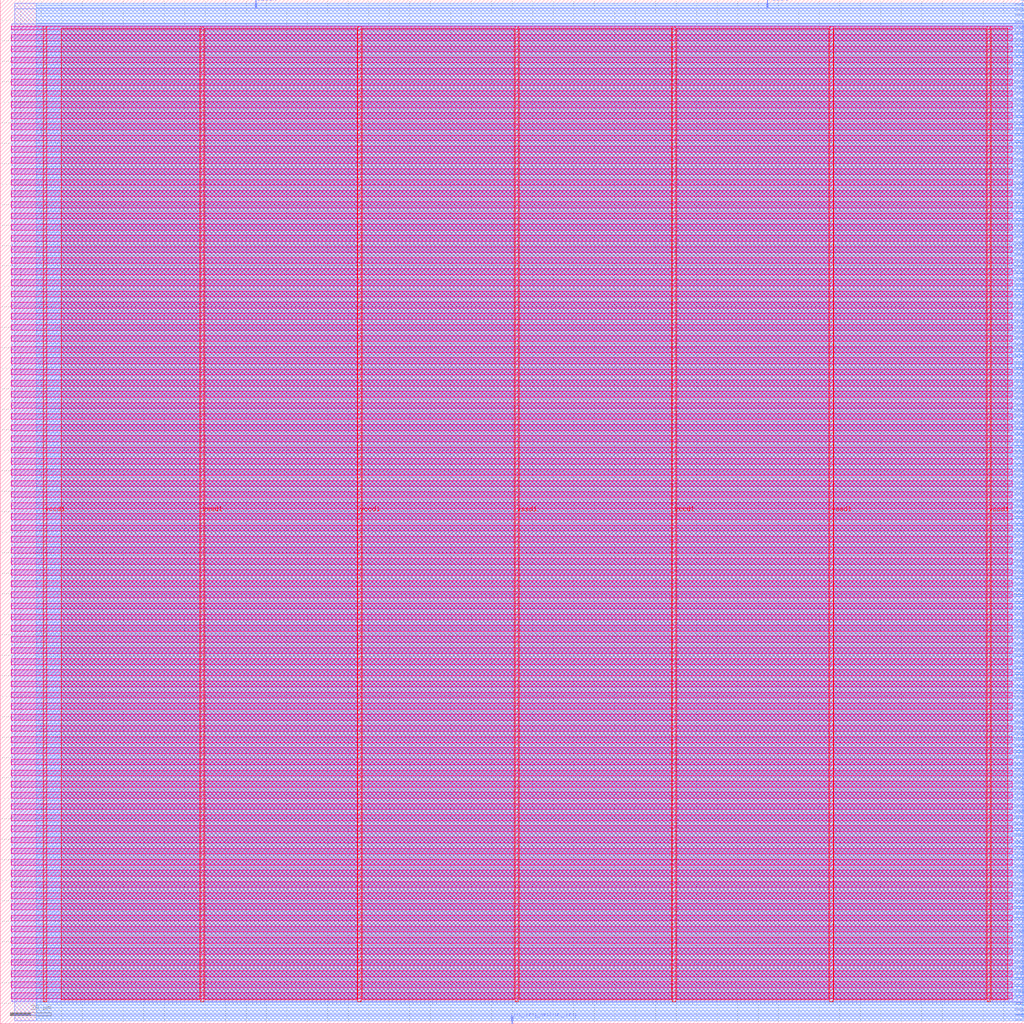
<source format=lef>
VERSION 5.7 ;
  NOWIREEXTENSIONATPIN ON ;
  DIVIDERCHAR "/" ;
  BUSBITCHARS "[]" ;
MACRO Core
  CLASS BLOCK ;
  FOREIGN Core ;
  ORIGIN 0.000 0.000 ;
  SIZE 500.000 BY 500.000 ;
  PIN clock
    DIRECTION INPUT ;
    USE SIGNAL ;
    PORT
      LAYER met2 ;
        RECT 124.750 496.000 125.030 500.000 ;
    END
  END clock
  PIN io_dbus_addr[0]
    DIRECTION OUTPUT TRISTATE ;
    USE SIGNAL ;
    PORT
      LAYER met3 ;
        RECT 496.000 9.560 500.000 10.160 ;
    END
  END io_dbus_addr[0]
  PIN io_dbus_addr[10]
    DIRECTION OUTPUT TRISTATE ;
    USE SIGNAL ;
    PORT
      LAYER met3 ;
        RECT 496.000 112.240 500.000 112.840 ;
    END
  END io_dbus_addr[10]
  PIN io_dbus_addr[11]
    DIRECTION OUTPUT TRISTATE ;
    USE SIGNAL ;
    PORT
      LAYER met3 ;
        RECT 496.000 121.080 500.000 121.680 ;
    END
  END io_dbus_addr[11]
  PIN io_dbus_addr[12]
    DIRECTION OUTPUT TRISTATE ;
    USE SIGNAL ;
    PORT
      LAYER met3 ;
        RECT 496.000 129.920 500.000 130.520 ;
    END
  END io_dbus_addr[12]
  PIN io_dbus_addr[13]
    DIRECTION OUTPUT TRISTATE ;
    USE SIGNAL ;
    PORT
      LAYER met3 ;
        RECT 496.000 138.760 500.000 139.360 ;
    END
  END io_dbus_addr[13]
  PIN io_dbus_addr[14]
    DIRECTION OUTPUT TRISTATE ;
    USE SIGNAL ;
    PORT
      LAYER met3 ;
        RECT 496.000 146.920 500.000 147.520 ;
    END
  END io_dbus_addr[14]
  PIN io_dbus_addr[15]
    DIRECTION OUTPUT TRISTATE ;
    USE SIGNAL ;
    PORT
      LAYER met3 ;
        RECT 496.000 155.760 500.000 156.360 ;
    END
  END io_dbus_addr[15]
  PIN io_dbus_addr[16]
    DIRECTION OUTPUT TRISTATE ;
    USE SIGNAL ;
    PORT
      LAYER met3 ;
        RECT 496.000 164.600 500.000 165.200 ;
    END
  END io_dbus_addr[16]
  PIN io_dbus_addr[17]
    DIRECTION OUTPUT TRISTATE ;
    USE SIGNAL ;
    PORT
      LAYER met3 ;
        RECT 496.000 173.440 500.000 174.040 ;
    END
  END io_dbus_addr[17]
  PIN io_dbus_addr[18]
    DIRECTION OUTPUT TRISTATE ;
    USE SIGNAL ;
    PORT
      LAYER met3 ;
        RECT 496.000 182.280 500.000 182.880 ;
    END
  END io_dbus_addr[18]
  PIN io_dbus_addr[19]
    DIRECTION OUTPUT TRISTATE ;
    USE SIGNAL ;
    PORT
      LAYER met3 ;
        RECT 496.000 191.120 500.000 191.720 ;
    END
  END io_dbus_addr[19]
  PIN io_dbus_addr[1]
    DIRECTION OUTPUT TRISTATE ;
    USE SIGNAL ;
    PORT
      LAYER met3 ;
        RECT 496.000 24.520 500.000 25.120 ;
    END
  END io_dbus_addr[1]
  PIN io_dbus_addr[20]
    DIRECTION OUTPUT TRISTATE ;
    USE SIGNAL ;
    PORT
      LAYER met3 ;
        RECT 496.000 199.960 500.000 200.560 ;
    END
  END io_dbus_addr[20]
  PIN io_dbus_addr[21]
    DIRECTION OUTPUT TRISTATE ;
    USE SIGNAL ;
    PORT
      LAYER met3 ;
        RECT 496.000 208.800 500.000 209.400 ;
    END
  END io_dbus_addr[21]
  PIN io_dbus_addr[22]
    DIRECTION OUTPUT TRISTATE ;
    USE SIGNAL ;
    PORT
      LAYER met3 ;
        RECT 496.000 217.640 500.000 218.240 ;
    END
  END io_dbus_addr[22]
  PIN io_dbus_addr[23]
    DIRECTION OUTPUT TRISTATE ;
    USE SIGNAL ;
    PORT
      LAYER met3 ;
        RECT 496.000 225.800 500.000 226.400 ;
    END
  END io_dbus_addr[23]
  PIN io_dbus_addr[24]
    DIRECTION OUTPUT TRISTATE ;
    USE SIGNAL ;
    PORT
      LAYER met3 ;
        RECT 496.000 234.640 500.000 235.240 ;
    END
  END io_dbus_addr[24]
  PIN io_dbus_addr[25]
    DIRECTION OUTPUT TRISTATE ;
    USE SIGNAL ;
    PORT
      LAYER met3 ;
        RECT 496.000 243.480 500.000 244.080 ;
    END
  END io_dbus_addr[25]
  PIN io_dbus_addr[26]
    DIRECTION OUTPUT TRISTATE ;
    USE SIGNAL ;
    PORT
      LAYER met3 ;
        RECT 496.000 252.320 500.000 252.920 ;
    END
  END io_dbus_addr[26]
  PIN io_dbus_addr[27]
    DIRECTION OUTPUT TRISTATE ;
    USE SIGNAL ;
    PORT
      LAYER met3 ;
        RECT 496.000 261.160 500.000 261.760 ;
    END
  END io_dbus_addr[27]
  PIN io_dbus_addr[28]
    DIRECTION OUTPUT TRISTATE ;
    USE SIGNAL ;
    PORT
      LAYER met3 ;
        RECT 496.000 270.000 500.000 270.600 ;
    END
  END io_dbus_addr[28]
  PIN io_dbus_addr[29]
    DIRECTION OUTPUT TRISTATE ;
    USE SIGNAL ;
    PORT
      LAYER met3 ;
        RECT 496.000 278.840 500.000 279.440 ;
    END
  END io_dbus_addr[29]
  PIN io_dbus_addr[2]
    DIRECTION OUTPUT TRISTATE ;
    USE SIGNAL ;
    PORT
      LAYER met3 ;
        RECT 496.000 38.800 500.000 39.400 ;
    END
  END io_dbus_addr[2]
  PIN io_dbus_addr[30]
    DIRECTION OUTPUT TRISTATE ;
    USE SIGNAL ;
    PORT
      LAYER met3 ;
        RECT 496.000 287.680 500.000 288.280 ;
    END
  END io_dbus_addr[30]
  PIN io_dbus_addr[31]
    DIRECTION OUTPUT TRISTATE ;
    USE SIGNAL ;
    PORT
      LAYER met3 ;
        RECT 496.000 296.520 500.000 297.120 ;
    END
  END io_dbus_addr[31]
  PIN io_dbus_addr[3]
    DIRECTION OUTPUT TRISTATE ;
    USE SIGNAL ;
    PORT
      LAYER met3 ;
        RECT 496.000 51.040 500.000 51.640 ;
    END
  END io_dbus_addr[3]
  PIN io_dbus_addr[4]
    DIRECTION OUTPUT TRISTATE ;
    USE SIGNAL ;
    PORT
      LAYER met3 ;
        RECT 496.000 59.200 500.000 59.800 ;
    END
  END io_dbus_addr[4]
  PIN io_dbus_addr[5]
    DIRECTION OUTPUT TRISTATE ;
    USE SIGNAL ;
    PORT
      LAYER met3 ;
        RECT 496.000 68.040 500.000 68.640 ;
    END
  END io_dbus_addr[5]
  PIN io_dbus_addr[6]
    DIRECTION OUTPUT TRISTATE ;
    USE SIGNAL ;
    PORT
      LAYER met3 ;
        RECT 496.000 76.880 500.000 77.480 ;
    END
  END io_dbus_addr[6]
  PIN io_dbus_addr[7]
    DIRECTION OUTPUT TRISTATE ;
    USE SIGNAL ;
    PORT
      LAYER met3 ;
        RECT 496.000 85.720 500.000 86.320 ;
    END
  END io_dbus_addr[7]
  PIN io_dbus_addr[8]
    DIRECTION OUTPUT TRISTATE ;
    USE SIGNAL ;
    PORT
      LAYER met3 ;
        RECT 496.000 94.560 500.000 95.160 ;
    END
  END io_dbus_addr[8]
  PIN io_dbus_addr[9]
    DIRECTION OUTPUT TRISTATE ;
    USE SIGNAL ;
    PORT
      LAYER met3 ;
        RECT 496.000 103.400 500.000 104.000 ;
    END
  END io_dbus_addr[9]
  PIN io_dbus_ld_type[0]
    DIRECTION OUTPUT TRISTATE ;
    USE SIGNAL ;
    PORT
      LAYER met3 ;
        RECT 496.000 12.960 500.000 13.560 ;
    END
  END io_dbus_ld_type[0]
  PIN io_dbus_ld_type[1]
    DIRECTION OUTPUT TRISTATE ;
    USE SIGNAL ;
    PORT
      LAYER met3 ;
        RECT 496.000 27.240 500.000 27.840 ;
    END
  END io_dbus_ld_type[1]
  PIN io_dbus_ld_type[2]
    DIRECTION OUTPUT TRISTATE ;
    USE SIGNAL ;
    PORT
      LAYER met3 ;
        RECT 496.000 42.200 500.000 42.800 ;
    END
  END io_dbus_ld_type[2]
  PIN io_dbus_rd_en
    DIRECTION OUTPUT TRISTATE ;
    USE SIGNAL ;
    PORT
      LAYER met3 ;
        RECT 496.000 1.400 500.000 2.000 ;
    END
  END io_dbus_rd_en
  PIN io_dbus_rdata[0]
    DIRECTION INPUT ;
    USE SIGNAL ;
    PORT
      LAYER met3 ;
        RECT 496.000 15.680 500.000 16.280 ;
    END
  END io_dbus_rdata[0]
  PIN io_dbus_rdata[10]
    DIRECTION INPUT ;
    USE SIGNAL ;
    PORT
      LAYER met3 ;
        RECT 496.000 114.960 500.000 115.560 ;
    END
  END io_dbus_rdata[10]
  PIN io_dbus_rdata[11]
    DIRECTION INPUT ;
    USE SIGNAL ;
    PORT
      LAYER met3 ;
        RECT 496.000 123.800 500.000 124.400 ;
    END
  END io_dbus_rdata[11]
  PIN io_dbus_rdata[12]
    DIRECTION INPUT ;
    USE SIGNAL ;
    PORT
      LAYER met3 ;
        RECT 496.000 132.640 500.000 133.240 ;
    END
  END io_dbus_rdata[12]
  PIN io_dbus_rdata[13]
    DIRECTION INPUT ;
    USE SIGNAL ;
    PORT
      LAYER met3 ;
        RECT 496.000 141.480 500.000 142.080 ;
    END
  END io_dbus_rdata[13]
  PIN io_dbus_rdata[14]
    DIRECTION INPUT ;
    USE SIGNAL ;
    PORT
      LAYER met3 ;
        RECT 496.000 150.320 500.000 150.920 ;
    END
  END io_dbus_rdata[14]
  PIN io_dbus_rdata[15]
    DIRECTION INPUT ;
    USE SIGNAL ;
    PORT
      LAYER met3 ;
        RECT 496.000 159.160 500.000 159.760 ;
    END
  END io_dbus_rdata[15]
  PIN io_dbus_rdata[16]
    DIRECTION INPUT ;
    USE SIGNAL ;
    PORT
      LAYER met3 ;
        RECT 496.000 168.000 500.000 168.600 ;
    END
  END io_dbus_rdata[16]
  PIN io_dbus_rdata[17]
    DIRECTION INPUT ;
    USE SIGNAL ;
    PORT
      LAYER met3 ;
        RECT 496.000 176.160 500.000 176.760 ;
    END
  END io_dbus_rdata[17]
  PIN io_dbus_rdata[18]
    DIRECTION INPUT ;
    USE SIGNAL ;
    PORT
      LAYER met3 ;
        RECT 496.000 185.000 500.000 185.600 ;
    END
  END io_dbus_rdata[18]
  PIN io_dbus_rdata[19]
    DIRECTION INPUT ;
    USE SIGNAL ;
    PORT
      LAYER met3 ;
        RECT 496.000 193.840 500.000 194.440 ;
    END
  END io_dbus_rdata[19]
  PIN io_dbus_rdata[1]
    DIRECTION INPUT ;
    USE SIGNAL ;
    PORT
      LAYER met3 ;
        RECT 496.000 29.960 500.000 30.560 ;
    END
  END io_dbus_rdata[1]
  PIN io_dbus_rdata[20]
    DIRECTION INPUT ;
    USE SIGNAL ;
    PORT
      LAYER met3 ;
        RECT 496.000 202.680 500.000 203.280 ;
    END
  END io_dbus_rdata[20]
  PIN io_dbus_rdata[21]
    DIRECTION INPUT ;
    USE SIGNAL ;
    PORT
      LAYER met3 ;
        RECT 496.000 211.520 500.000 212.120 ;
    END
  END io_dbus_rdata[21]
  PIN io_dbus_rdata[22]
    DIRECTION INPUT ;
    USE SIGNAL ;
    PORT
      LAYER met3 ;
        RECT 496.000 220.360 500.000 220.960 ;
    END
  END io_dbus_rdata[22]
  PIN io_dbus_rdata[23]
    DIRECTION INPUT ;
    USE SIGNAL ;
    PORT
      LAYER met3 ;
        RECT 496.000 229.200 500.000 229.800 ;
    END
  END io_dbus_rdata[23]
  PIN io_dbus_rdata[24]
    DIRECTION INPUT ;
    USE SIGNAL ;
    PORT
      LAYER met3 ;
        RECT 496.000 238.040 500.000 238.640 ;
    END
  END io_dbus_rdata[24]
  PIN io_dbus_rdata[25]
    DIRECTION INPUT ;
    USE SIGNAL ;
    PORT
      LAYER met3 ;
        RECT 496.000 246.880 500.000 247.480 ;
    END
  END io_dbus_rdata[25]
  PIN io_dbus_rdata[26]
    DIRECTION INPUT ;
    USE SIGNAL ;
    PORT
      LAYER met3 ;
        RECT 496.000 255.040 500.000 255.640 ;
    END
  END io_dbus_rdata[26]
  PIN io_dbus_rdata[27]
    DIRECTION INPUT ;
    USE SIGNAL ;
    PORT
      LAYER met3 ;
        RECT 496.000 263.880 500.000 264.480 ;
    END
  END io_dbus_rdata[27]
  PIN io_dbus_rdata[28]
    DIRECTION INPUT ;
    USE SIGNAL ;
    PORT
      LAYER met3 ;
        RECT 496.000 272.720 500.000 273.320 ;
    END
  END io_dbus_rdata[28]
  PIN io_dbus_rdata[29]
    DIRECTION INPUT ;
    USE SIGNAL ;
    PORT
      LAYER met3 ;
        RECT 496.000 281.560 500.000 282.160 ;
    END
  END io_dbus_rdata[29]
  PIN io_dbus_rdata[2]
    DIRECTION INPUT ;
    USE SIGNAL ;
    PORT
      LAYER met3 ;
        RECT 496.000 44.920 500.000 45.520 ;
    END
  END io_dbus_rdata[2]
  PIN io_dbus_rdata[30]
    DIRECTION INPUT ;
    USE SIGNAL ;
    PORT
      LAYER met3 ;
        RECT 496.000 290.400 500.000 291.000 ;
    END
  END io_dbus_rdata[30]
  PIN io_dbus_rdata[31]
    DIRECTION INPUT ;
    USE SIGNAL ;
    PORT
      LAYER met3 ;
        RECT 496.000 299.240 500.000 299.840 ;
    END
  END io_dbus_rdata[31]
  PIN io_dbus_rdata[3]
    DIRECTION INPUT ;
    USE SIGNAL ;
    PORT
      LAYER met3 ;
        RECT 496.000 53.760 500.000 54.360 ;
    END
  END io_dbus_rdata[3]
  PIN io_dbus_rdata[4]
    DIRECTION INPUT ;
    USE SIGNAL ;
    PORT
      LAYER met3 ;
        RECT 496.000 62.600 500.000 63.200 ;
    END
  END io_dbus_rdata[4]
  PIN io_dbus_rdata[5]
    DIRECTION INPUT ;
    USE SIGNAL ;
    PORT
      LAYER met3 ;
        RECT 496.000 71.440 500.000 72.040 ;
    END
  END io_dbus_rdata[5]
  PIN io_dbus_rdata[6]
    DIRECTION INPUT ;
    USE SIGNAL ;
    PORT
      LAYER met3 ;
        RECT 496.000 80.280 500.000 80.880 ;
    END
  END io_dbus_rdata[6]
  PIN io_dbus_rdata[7]
    DIRECTION INPUT ;
    USE SIGNAL ;
    PORT
      LAYER met3 ;
        RECT 496.000 88.440 500.000 89.040 ;
    END
  END io_dbus_rdata[7]
  PIN io_dbus_rdata[8]
    DIRECTION INPUT ;
    USE SIGNAL ;
    PORT
      LAYER met3 ;
        RECT 496.000 97.280 500.000 97.880 ;
    END
  END io_dbus_rdata[8]
  PIN io_dbus_rdata[9]
    DIRECTION INPUT ;
    USE SIGNAL ;
    PORT
      LAYER met3 ;
        RECT 496.000 106.120 500.000 106.720 ;
    END
  END io_dbus_rdata[9]
  PIN io_dbus_st_type[0]
    DIRECTION OUTPUT TRISTATE ;
    USE SIGNAL ;
    PORT
      LAYER met3 ;
        RECT 496.000 18.400 500.000 19.000 ;
    END
  END io_dbus_st_type[0]
  PIN io_dbus_st_type[1]
    DIRECTION OUTPUT TRISTATE ;
    USE SIGNAL ;
    PORT
      LAYER met3 ;
        RECT 496.000 33.360 500.000 33.960 ;
    END
  END io_dbus_st_type[1]
  PIN io_dbus_valid
    DIRECTION INPUT ;
    USE SIGNAL ;
    PORT
      LAYER met3 ;
        RECT 496.000 4.120 500.000 4.720 ;
    END
  END io_dbus_valid
  PIN io_dbus_wdata[0]
    DIRECTION OUTPUT TRISTATE ;
    USE SIGNAL ;
    PORT
      LAYER met3 ;
        RECT 496.000 21.800 500.000 22.400 ;
    END
  END io_dbus_wdata[0]
  PIN io_dbus_wdata[10]
    DIRECTION OUTPUT TRISTATE ;
    USE SIGNAL ;
    PORT
      LAYER met3 ;
        RECT 496.000 117.680 500.000 118.280 ;
    END
  END io_dbus_wdata[10]
  PIN io_dbus_wdata[11]
    DIRECTION OUTPUT TRISTATE ;
    USE SIGNAL ;
    PORT
      LAYER met3 ;
        RECT 496.000 126.520 500.000 127.120 ;
    END
  END io_dbus_wdata[11]
  PIN io_dbus_wdata[12]
    DIRECTION OUTPUT TRISTATE ;
    USE SIGNAL ;
    PORT
      LAYER met3 ;
        RECT 496.000 135.360 500.000 135.960 ;
    END
  END io_dbus_wdata[12]
  PIN io_dbus_wdata[13]
    DIRECTION OUTPUT TRISTATE ;
    USE SIGNAL ;
    PORT
      LAYER met3 ;
        RECT 496.000 144.200 500.000 144.800 ;
    END
  END io_dbus_wdata[13]
  PIN io_dbus_wdata[14]
    DIRECTION OUTPUT TRISTATE ;
    USE SIGNAL ;
    PORT
      LAYER met3 ;
        RECT 496.000 153.040 500.000 153.640 ;
    END
  END io_dbus_wdata[14]
  PIN io_dbus_wdata[15]
    DIRECTION OUTPUT TRISTATE ;
    USE SIGNAL ;
    PORT
      LAYER met3 ;
        RECT 496.000 161.880 500.000 162.480 ;
    END
  END io_dbus_wdata[15]
  PIN io_dbus_wdata[16]
    DIRECTION OUTPUT TRISTATE ;
    USE SIGNAL ;
    PORT
      LAYER met3 ;
        RECT 496.000 170.720 500.000 171.320 ;
    END
  END io_dbus_wdata[16]
  PIN io_dbus_wdata[17]
    DIRECTION OUTPUT TRISTATE ;
    USE SIGNAL ;
    PORT
      LAYER met3 ;
        RECT 496.000 179.560 500.000 180.160 ;
    END
  END io_dbus_wdata[17]
  PIN io_dbus_wdata[18]
    DIRECTION OUTPUT TRISTATE ;
    USE SIGNAL ;
    PORT
      LAYER met3 ;
        RECT 496.000 188.400 500.000 189.000 ;
    END
  END io_dbus_wdata[18]
  PIN io_dbus_wdata[19]
    DIRECTION OUTPUT TRISTATE ;
    USE SIGNAL ;
    PORT
      LAYER met3 ;
        RECT 496.000 196.560 500.000 197.160 ;
    END
  END io_dbus_wdata[19]
  PIN io_dbus_wdata[1]
    DIRECTION OUTPUT TRISTATE ;
    USE SIGNAL ;
    PORT
      LAYER met3 ;
        RECT 496.000 36.080 500.000 36.680 ;
    END
  END io_dbus_wdata[1]
  PIN io_dbus_wdata[20]
    DIRECTION OUTPUT TRISTATE ;
    USE SIGNAL ;
    PORT
      LAYER met3 ;
        RECT 496.000 205.400 500.000 206.000 ;
    END
  END io_dbus_wdata[20]
  PIN io_dbus_wdata[21]
    DIRECTION OUTPUT TRISTATE ;
    USE SIGNAL ;
    PORT
      LAYER met3 ;
        RECT 496.000 214.240 500.000 214.840 ;
    END
  END io_dbus_wdata[21]
  PIN io_dbus_wdata[22]
    DIRECTION OUTPUT TRISTATE ;
    USE SIGNAL ;
    PORT
      LAYER met3 ;
        RECT 496.000 223.080 500.000 223.680 ;
    END
  END io_dbus_wdata[22]
  PIN io_dbus_wdata[23]
    DIRECTION OUTPUT TRISTATE ;
    USE SIGNAL ;
    PORT
      LAYER met3 ;
        RECT 496.000 231.920 500.000 232.520 ;
    END
  END io_dbus_wdata[23]
  PIN io_dbus_wdata[24]
    DIRECTION OUTPUT TRISTATE ;
    USE SIGNAL ;
    PORT
      LAYER met3 ;
        RECT 496.000 240.760 500.000 241.360 ;
    END
  END io_dbus_wdata[24]
  PIN io_dbus_wdata[25]
    DIRECTION OUTPUT TRISTATE ;
    USE SIGNAL ;
    PORT
      LAYER met3 ;
        RECT 496.000 249.600 500.000 250.200 ;
    END
  END io_dbus_wdata[25]
  PIN io_dbus_wdata[26]
    DIRECTION OUTPUT TRISTATE ;
    USE SIGNAL ;
    PORT
      LAYER met3 ;
        RECT 496.000 258.440 500.000 259.040 ;
    END
  END io_dbus_wdata[26]
  PIN io_dbus_wdata[27]
    DIRECTION OUTPUT TRISTATE ;
    USE SIGNAL ;
    PORT
      LAYER met3 ;
        RECT 496.000 267.280 500.000 267.880 ;
    END
  END io_dbus_wdata[27]
  PIN io_dbus_wdata[28]
    DIRECTION OUTPUT TRISTATE ;
    USE SIGNAL ;
    PORT
      LAYER met3 ;
        RECT 496.000 276.120 500.000 276.720 ;
    END
  END io_dbus_wdata[28]
  PIN io_dbus_wdata[29]
    DIRECTION OUTPUT TRISTATE ;
    USE SIGNAL ;
    PORT
      LAYER met3 ;
        RECT 496.000 284.280 500.000 284.880 ;
    END
  END io_dbus_wdata[29]
  PIN io_dbus_wdata[2]
    DIRECTION OUTPUT TRISTATE ;
    USE SIGNAL ;
    PORT
      LAYER met3 ;
        RECT 496.000 47.640 500.000 48.240 ;
    END
  END io_dbus_wdata[2]
  PIN io_dbus_wdata[30]
    DIRECTION OUTPUT TRISTATE ;
    USE SIGNAL ;
    PORT
      LAYER met3 ;
        RECT 496.000 293.120 500.000 293.720 ;
    END
  END io_dbus_wdata[30]
  PIN io_dbus_wdata[31]
    DIRECTION OUTPUT TRISTATE ;
    USE SIGNAL ;
    PORT
      LAYER met3 ;
        RECT 496.000 301.960 500.000 302.560 ;
    END
  END io_dbus_wdata[31]
  PIN io_dbus_wdata[3]
    DIRECTION OUTPUT TRISTATE ;
    USE SIGNAL ;
    PORT
      LAYER met3 ;
        RECT 496.000 56.480 500.000 57.080 ;
    END
  END io_dbus_wdata[3]
  PIN io_dbus_wdata[4]
    DIRECTION OUTPUT TRISTATE ;
    USE SIGNAL ;
    PORT
      LAYER met3 ;
        RECT 496.000 65.320 500.000 65.920 ;
    END
  END io_dbus_wdata[4]
  PIN io_dbus_wdata[5]
    DIRECTION OUTPUT TRISTATE ;
    USE SIGNAL ;
    PORT
      LAYER met3 ;
        RECT 496.000 74.160 500.000 74.760 ;
    END
  END io_dbus_wdata[5]
  PIN io_dbus_wdata[6]
    DIRECTION OUTPUT TRISTATE ;
    USE SIGNAL ;
    PORT
      LAYER met3 ;
        RECT 496.000 83.000 500.000 83.600 ;
    END
  END io_dbus_wdata[6]
  PIN io_dbus_wdata[7]
    DIRECTION OUTPUT TRISTATE ;
    USE SIGNAL ;
    PORT
      LAYER met3 ;
        RECT 496.000 91.840 500.000 92.440 ;
    END
  END io_dbus_wdata[7]
  PIN io_dbus_wdata[8]
    DIRECTION OUTPUT TRISTATE ;
    USE SIGNAL ;
    PORT
      LAYER met3 ;
        RECT 496.000 100.680 500.000 101.280 ;
    END
  END io_dbus_wdata[8]
  PIN io_dbus_wdata[9]
    DIRECTION OUTPUT TRISTATE ;
    USE SIGNAL ;
    PORT
      LAYER met3 ;
        RECT 496.000 109.520 500.000 110.120 ;
    END
  END io_dbus_wdata[9]
  PIN io_dbus_wr_en
    DIRECTION OUTPUT TRISTATE ;
    USE SIGNAL ;
    PORT
      LAYER met3 ;
        RECT 496.000 6.840 500.000 7.440 ;
    END
  END io_dbus_wr_en
  PIN io_ibus_addr[0]
    DIRECTION OUTPUT TRISTATE ;
    USE SIGNAL ;
    PORT
      LAYER met3 ;
        RECT 496.000 308.080 500.000 308.680 ;
    END
  END io_ibus_addr[0]
  PIN io_ibus_addr[10]
    DIRECTION OUTPUT TRISTATE ;
    USE SIGNAL ;
    PORT
      LAYER met3 ;
        RECT 496.000 366.560 500.000 367.160 ;
    END
  END io_ibus_addr[10]
  PIN io_ibus_addr[11]
    DIRECTION OUTPUT TRISTATE ;
    USE SIGNAL ;
    PORT
      LAYER met3 ;
        RECT 496.000 372.000 500.000 372.600 ;
    END
  END io_ibus_addr[11]
  PIN io_ibus_addr[12]
    DIRECTION OUTPUT TRISTATE ;
    USE SIGNAL ;
    PORT
      LAYER met3 ;
        RECT 496.000 378.120 500.000 378.720 ;
    END
  END io_ibus_addr[12]
  PIN io_ibus_addr[13]
    DIRECTION OUTPUT TRISTATE ;
    USE SIGNAL ;
    PORT
      LAYER met3 ;
        RECT 496.000 384.240 500.000 384.840 ;
    END
  END io_ibus_addr[13]
  PIN io_ibus_addr[14]
    DIRECTION OUTPUT TRISTATE ;
    USE SIGNAL ;
    PORT
      LAYER met3 ;
        RECT 496.000 389.680 500.000 390.280 ;
    END
  END io_ibus_addr[14]
  PIN io_ibus_addr[15]
    DIRECTION OUTPUT TRISTATE ;
    USE SIGNAL ;
    PORT
      LAYER met3 ;
        RECT 496.000 395.800 500.000 396.400 ;
    END
  END io_ibus_addr[15]
  PIN io_ibus_addr[16]
    DIRECTION OUTPUT TRISTATE ;
    USE SIGNAL ;
    PORT
      LAYER met3 ;
        RECT 496.000 401.240 500.000 401.840 ;
    END
  END io_ibus_addr[16]
  PIN io_ibus_addr[17]
    DIRECTION OUTPUT TRISTATE ;
    USE SIGNAL ;
    PORT
      LAYER met3 ;
        RECT 496.000 407.360 500.000 407.960 ;
    END
  END io_ibus_addr[17]
  PIN io_ibus_addr[18]
    DIRECTION OUTPUT TRISTATE ;
    USE SIGNAL ;
    PORT
      LAYER met3 ;
        RECT 496.000 413.480 500.000 414.080 ;
    END
  END io_ibus_addr[18]
  PIN io_ibus_addr[19]
    DIRECTION OUTPUT TRISTATE ;
    USE SIGNAL ;
    PORT
      LAYER met3 ;
        RECT 496.000 418.920 500.000 419.520 ;
    END
  END io_ibus_addr[19]
  PIN io_ibus_addr[1]
    DIRECTION OUTPUT TRISTATE ;
    USE SIGNAL ;
    PORT
      LAYER met3 ;
        RECT 496.000 313.520 500.000 314.120 ;
    END
  END io_ibus_addr[1]
  PIN io_ibus_addr[20]
    DIRECTION OUTPUT TRISTATE ;
    USE SIGNAL ;
    PORT
      LAYER met3 ;
        RECT 496.000 425.040 500.000 425.640 ;
    END
  END io_ibus_addr[20]
  PIN io_ibus_addr[21]
    DIRECTION OUTPUT TRISTATE ;
    USE SIGNAL ;
    PORT
      LAYER met3 ;
        RECT 496.000 430.480 500.000 431.080 ;
    END
  END io_ibus_addr[21]
  PIN io_ibus_addr[22]
    DIRECTION OUTPUT TRISTATE ;
    USE SIGNAL ;
    PORT
      LAYER met3 ;
        RECT 496.000 436.600 500.000 437.200 ;
    END
  END io_ibus_addr[22]
  PIN io_ibus_addr[23]
    DIRECTION OUTPUT TRISTATE ;
    USE SIGNAL ;
    PORT
      LAYER met3 ;
        RECT 496.000 442.720 500.000 443.320 ;
    END
  END io_ibus_addr[23]
  PIN io_ibus_addr[24]
    DIRECTION OUTPUT TRISTATE ;
    USE SIGNAL ;
    PORT
      LAYER met3 ;
        RECT 496.000 448.160 500.000 448.760 ;
    END
  END io_ibus_addr[24]
  PIN io_ibus_addr[25]
    DIRECTION OUTPUT TRISTATE ;
    USE SIGNAL ;
    PORT
      LAYER met3 ;
        RECT 496.000 454.280 500.000 454.880 ;
    END
  END io_ibus_addr[25]
  PIN io_ibus_addr[26]
    DIRECTION OUTPUT TRISTATE ;
    USE SIGNAL ;
    PORT
      LAYER met3 ;
        RECT 496.000 459.720 500.000 460.320 ;
    END
  END io_ibus_addr[26]
  PIN io_ibus_addr[27]
    DIRECTION OUTPUT TRISTATE ;
    USE SIGNAL ;
    PORT
      LAYER met3 ;
        RECT 496.000 465.840 500.000 466.440 ;
    END
  END io_ibus_addr[27]
  PIN io_ibus_addr[28]
    DIRECTION OUTPUT TRISTATE ;
    USE SIGNAL ;
    PORT
      LAYER met3 ;
        RECT 496.000 471.960 500.000 472.560 ;
    END
  END io_ibus_addr[28]
  PIN io_ibus_addr[29]
    DIRECTION OUTPUT TRISTATE ;
    USE SIGNAL ;
    PORT
      LAYER met3 ;
        RECT 496.000 477.400 500.000 478.000 ;
    END
  END io_ibus_addr[29]
  PIN io_ibus_addr[2]
    DIRECTION OUTPUT TRISTATE ;
    USE SIGNAL ;
    PORT
      LAYER met3 ;
        RECT 496.000 319.640 500.000 320.240 ;
    END
  END io_ibus_addr[2]
  PIN io_ibus_addr[30]
    DIRECTION OUTPUT TRISTATE ;
    USE SIGNAL ;
    PORT
      LAYER met3 ;
        RECT 496.000 483.520 500.000 484.120 ;
    END
  END io_ibus_addr[30]
  PIN io_ibus_addr[31]
    DIRECTION OUTPUT TRISTATE ;
    USE SIGNAL ;
    PORT
      LAYER met3 ;
        RECT 496.000 488.960 500.000 489.560 ;
    END
  END io_ibus_addr[31]
  PIN io_ibus_addr[3]
    DIRECTION OUTPUT TRISTATE ;
    USE SIGNAL ;
    PORT
      LAYER met3 ;
        RECT 496.000 325.760 500.000 326.360 ;
    END
  END io_ibus_addr[3]
  PIN io_ibus_addr[4]
    DIRECTION OUTPUT TRISTATE ;
    USE SIGNAL ;
    PORT
      LAYER met3 ;
        RECT 496.000 331.200 500.000 331.800 ;
    END
  END io_ibus_addr[4]
  PIN io_ibus_addr[5]
    DIRECTION OUTPUT TRISTATE ;
    USE SIGNAL ;
    PORT
      LAYER met3 ;
        RECT 496.000 337.320 500.000 337.920 ;
    END
  END io_ibus_addr[5]
  PIN io_ibus_addr[6]
    DIRECTION OUTPUT TRISTATE ;
    USE SIGNAL ;
    PORT
      LAYER met3 ;
        RECT 496.000 342.760 500.000 343.360 ;
    END
  END io_ibus_addr[6]
  PIN io_ibus_addr[7]
    DIRECTION OUTPUT TRISTATE ;
    USE SIGNAL ;
    PORT
      LAYER met3 ;
        RECT 496.000 348.880 500.000 349.480 ;
    END
  END io_ibus_addr[7]
  PIN io_ibus_addr[8]
    DIRECTION OUTPUT TRISTATE ;
    USE SIGNAL ;
    PORT
      LAYER met3 ;
        RECT 496.000 355.000 500.000 355.600 ;
    END
  END io_ibus_addr[8]
  PIN io_ibus_addr[9]
    DIRECTION OUTPUT TRISTATE ;
    USE SIGNAL ;
    PORT
      LAYER met3 ;
        RECT 496.000 360.440 500.000 361.040 ;
    END
  END io_ibus_addr[9]
  PIN io_ibus_inst[0]
    DIRECTION INPUT ;
    USE SIGNAL ;
    PORT
      LAYER met3 ;
        RECT 496.000 310.800 500.000 311.400 ;
    END
  END io_ibus_inst[0]
  PIN io_ibus_inst[10]
    DIRECTION INPUT ;
    USE SIGNAL ;
    PORT
      LAYER met3 ;
        RECT 496.000 369.280 500.000 369.880 ;
    END
  END io_ibus_inst[10]
  PIN io_ibus_inst[11]
    DIRECTION INPUT ;
    USE SIGNAL ;
    PORT
      LAYER met3 ;
        RECT 496.000 375.400 500.000 376.000 ;
    END
  END io_ibus_inst[11]
  PIN io_ibus_inst[12]
    DIRECTION INPUT ;
    USE SIGNAL ;
    PORT
      LAYER met3 ;
        RECT 496.000 380.840 500.000 381.440 ;
    END
  END io_ibus_inst[12]
  PIN io_ibus_inst[13]
    DIRECTION INPUT ;
    USE SIGNAL ;
    PORT
      LAYER met3 ;
        RECT 496.000 386.960 500.000 387.560 ;
    END
  END io_ibus_inst[13]
  PIN io_ibus_inst[14]
    DIRECTION INPUT ;
    USE SIGNAL ;
    PORT
      LAYER met3 ;
        RECT 496.000 392.400 500.000 393.000 ;
    END
  END io_ibus_inst[14]
  PIN io_ibus_inst[15]
    DIRECTION INPUT ;
    USE SIGNAL ;
    PORT
      LAYER met3 ;
        RECT 496.000 398.520 500.000 399.120 ;
    END
  END io_ibus_inst[15]
  PIN io_ibus_inst[16]
    DIRECTION INPUT ;
    USE SIGNAL ;
    PORT
      LAYER met3 ;
        RECT 496.000 404.640 500.000 405.240 ;
    END
  END io_ibus_inst[16]
  PIN io_ibus_inst[17]
    DIRECTION INPUT ;
    USE SIGNAL ;
    PORT
      LAYER met3 ;
        RECT 496.000 410.080 500.000 410.680 ;
    END
  END io_ibus_inst[17]
  PIN io_ibus_inst[18]
    DIRECTION INPUT ;
    USE SIGNAL ;
    PORT
      LAYER met3 ;
        RECT 496.000 416.200 500.000 416.800 ;
    END
  END io_ibus_inst[18]
  PIN io_ibus_inst[19]
    DIRECTION INPUT ;
    USE SIGNAL ;
    PORT
      LAYER met3 ;
        RECT 496.000 421.640 500.000 422.240 ;
    END
  END io_ibus_inst[19]
  PIN io_ibus_inst[1]
    DIRECTION INPUT ;
    USE SIGNAL ;
    PORT
      LAYER met3 ;
        RECT 496.000 316.920 500.000 317.520 ;
    END
  END io_ibus_inst[1]
  PIN io_ibus_inst[20]
    DIRECTION INPUT ;
    USE SIGNAL ;
    PORT
      LAYER met3 ;
        RECT 496.000 427.760 500.000 428.360 ;
    END
  END io_ibus_inst[20]
  PIN io_ibus_inst[21]
    DIRECTION INPUT ;
    USE SIGNAL ;
    PORT
      LAYER met3 ;
        RECT 496.000 433.880 500.000 434.480 ;
    END
  END io_ibus_inst[21]
  PIN io_ibus_inst[22]
    DIRECTION INPUT ;
    USE SIGNAL ;
    PORT
      LAYER met3 ;
        RECT 496.000 439.320 500.000 439.920 ;
    END
  END io_ibus_inst[22]
  PIN io_ibus_inst[23]
    DIRECTION INPUT ;
    USE SIGNAL ;
    PORT
      LAYER met3 ;
        RECT 496.000 445.440 500.000 446.040 ;
    END
  END io_ibus_inst[23]
  PIN io_ibus_inst[24]
    DIRECTION INPUT ;
    USE SIGNAL ;
    PORT
      LAYER met3 ;
        RECT 496.000 450.880 500.000 451.480 ;
    END
  END io_ibus_inst[24]
  PIN io_ibus_inst[25]
    DIRECTION INPUT ;
    USE SIGNAL ;
    PORT
      LAYER met3 ;
        RECT 496.000 457.000 500.000 457.600 ;
    END
  END io_ibus_inst[25]
  PIN io_ibus_inst[26]
    DIRECTION INPUT ;
    USE SIGNAL ;
    PORT
      LAYER met3 ;
        RECT 496.000 463.120 500.000 463.720 ;
    END
  END io_ibus_inst[26]
  PIN io_ibus_inst[27]
    DIRECTION INPUT ;
    USE SIGNAL ;
    PORT
      LAYER met3 ;
        RECT 496.000 468.560 500.000 469.160 ;
    END
  END io_ibus_inst[27]
  PIN io_ibus_inst[28]
    DIRECTION INPUT ;
    USE SIGNAL ;
    PORT
      LAYER met3 ;
        RECT 496.000 474.680 500.000 475.280 ;
    END
  END io_ibus_inst[28]
  PIN io_ibus_inst[29]
    DIRECTION INPUT ;
    USE SIGNAL ;
    PORT
      LAYER met3 ;
        RECT 496.000 480.120 500.000 480.720 ;
    END
  END io_ibus_inst[29]
  PIN io_ibus_inst[2]
    DIRECTION INPUT ;
    USE SIGNAL ;
    PORT
      LAYER met3 ;
        RECT 496.000 322.360 500.000 322.960 ;
    END
  END io_ibus_inst[2]
  PIN io_ibus_inst[30]
    DIRECTION INPUT ;
    USE SIGNAL ;
    PORT
      LAYER met3 ;
        RECT 496.000 486.240 500.000 486.840 ;
    END
  END io_ibus_inst[30]
  PIN io_ibus_inst[31]
    DIRECTION INPUT ;
    USE SIGNAL ;
    PORT
      LAYER met3 ;
        RECT 496.000 492.360 500.000 492.960 ;
    END
  END io_ibus_inst[31]
  PIN io_ibus_inst[3]
    DIRECTION INPUT ;
    USE SIGNAL ;
    PORT
      LAYER met3 ;
        RECT 496.000 328.480 500.000 329.080 ;
    END
  END io_ibus_inst[3]
  PIN io_ibus_inst[4]
    DIRECTION INPUT ;
    USE SIGNAL ;
    PORT
      LAYER met3 ;
        RECT 496.000 334.600 500.000 335.200 ;
    END
  END io_ibus_inst[4]
  PIN io_ibus_inst[5]
    DIRECTION INPUT ;
    USE SIGNAL ;
    PORT
      LAYER met3 ;
        RECT 496.000 340.040 500.000 340.640 ;
    END
  END io_ibus_inst[5]
  PIN io_ibus_inst[6]
    DIRECTION INPUT ;
    USE SIGNAL ;
    PORT
      LAYER met3 ;
        RECT 496.000 346.160 500.000 346.760 ;
    END
  END io_ibus_inst[6]
  PIN io_ibus_inst[7]
    DIRECTION INPUT ;
    USE SIGNAL ;
    PORT
      LAYER met3 ;
        RECT 496.000 351.600 500.000 352.200 ;
    END
  END io_ibus_inst[7]
  PIN io_ibus_inst[8]
    DIRECTION INPUT ;
    USE SIGNAL ;
    PORT
      LAYER met3 ;
        RECT 496.000 357.720 500.000 358.320 ;
    END
  END io_ibus_inst[8]
  PIN io_ibus_inst[9]
    DIRECTION INPUT ;
    USE SIGNAL ;
    PORT
      LAYER met3 ;
        RECT 496.000 363.160 500.000 363.760 ;
    END
  END io_ibus_inst[9]
  PIN io_ibus_valid
    DIRECTION INPUT ;
    USE SIGNAL ;
    PORT
      LAYER met3 ;
        RECT 496.000 305.360 500.000 305.960 ;
    END
  END io_ibus_valid
  PIN io_irq_motor_irq
    DIRECTION INPUT ;
    USE SIGNAL ;
    PORT
      LAYER met2 ;
        RECT 249.870 0.000 250.150 4.000 ;
    END
  END io_irq_motor_irq
  PIN io_irq_spi_irq
    DIRECTION INPUT ;
    USE SIGNAL ;
    PORT
      LAYER met3 ;
        RECT 496.000 495.080 500.000 495.680 ;
    END
  END io_irq_spi_irq
  PIN io_irq_uart_irq
    DIRECTION INPUT ;
    USE SIGNAL ;
    PORT
      LAYER met3 ;
        RECT 496.000 497.800 500.000 498.400 ;
    END
  END io_irq_uart_irq
  PIN reset
    DIRECTION INPUT ;
    USE SIGNAL ;
    PORT
      LAYER met2 ;
        RECT 374.530 496.000 374.810 500.000 ;
    END
  END reset
  PIN vccd1
    DIRECTION INPUT ;
    USE POWER ;
    PORT
      LAYER met4 ;
        RECT 21.040 10.640 22.640 487.120 ;
    END
    PORT
      LAYER met4 ;
        RECT 174.640 10.640 176.240 487.120 ;
    END
    PORT
      LAYER met4 ;
        RECT 328.240 10.640 329.840 487.120 ;
    END
    PORT
      LAYER met4 ;
        RECT 481.840 10.640 483.440 487.120 ;
    END
  END vccd1
  PIN vssd1
    DIRECTION INPUT ;
    USE GROUND ;
    PORT
      LAYER met4 ;
        RECT 97.840 10.640 99.440 487.120 ;
    END
    PORT
      LAYER met4 ;
        RECT 251.440 10.640 253.040 487.120 ;
    END
    PORT
      LAYER met4 ;
        RECT 405.040 10.640 406.640 487.120 ;
    END
  END vssd1
  OBS
      LAYER nwell ;
        RECT 5.330 485.465 494.230 487.070 ;
        RECT 5.330 480.025 494.230 482.855 ;
        RECT 5.330 474.585 494.230 477.415 ;
        RECT 5.330 469.145 494.230 471.975 ;
        RECT 5.330 463.705 494.230 466.535 ;
        RECT 5.330 458.265 494.230 461.095 ;
        RECT 5.330 452.825 494.230 455.655 ;
        RECT 5.330 447.385 494.230 450.215 ;
        RECT 5.330 441.945 494.230 444.775 ;
        RECT 5.330 436.505 494.230 439.335 ;
        RECT 5.330 431.065 494.230 433.895 ;
        RECT 5.330 425.625 494.230 428.455 ;
        RECT 5.330 420.185 494.230 423.015 ;
        RECT 5.330 414.745 494.230 417.575 ;
        RECT 5.330 409.305 494.230 412.135 ;
        RECT 5.330 403.865 494.230 406.695 ;
        RECT 5.330 398.425 494.230 401.255 ;
        RECT 5.330 392.985 494.230 395.815 ;
        RECT 5.330 387.545 494.230 390.375 ;
        RECT 5.330 382.105 494.230 384.935 ;
        RECT 5.330 376.665 494.230 379.495 ;
        RECT 5.330 371.225 494.230 374.055 ;
        RECT 5.330 365.785 494.230 368.615 ;
        RECT 5.330 360.345 494.230 363.175 ;
        RECT 5.330 354.905 494.230 357.735 ;
        RECT 5.330 349.465 494.230 352.295 ;
        RECT 5.330 344.025 494.230 346.855 ;
        RECT 5.330 338.585 494.230 341.415 ;
        RECT 5.330 333.145 494.230 335.975 ;
        RECT 5.330 327.705 494.230 330.535 ;
        RECT 5.330 322.265 494.230 325.095 ;
        RECT 5.330 316.825 494.230 319.655 ;
        RECT 5.330 311.385 494.230 314.215 ;
        RECT 5.330 305.945 494.230 308.775 ;
        RECT 5.330 300.505 494.230 303.335 ;
        RECT 5.330 295.065 494.230 297.895 ;
        RECT 5.330 289.625 494.230 292.455 ;
        RECT 5.330 284.185 494.230 287.015 ;
        RECT 5.330 278.745 494.230 281.575 ;
        RECT 5.330 273.305 494.230 276.135 ;
        RECT 5.330 267.865 494.230 270.695 ;
        RECT 5.330 262.425 494.230 265.255 ;
        RECT 5.330 256.985 494.230 259.815 ;
        RECT 5.330 251.545 494.230 254.375 ;
        RECT 5.330 246.105 494.230 248.935 ;
        RECT 5.330 240.665 494.230 243.495 ;
        RECT 5.330 235.225 494.230 238.055 ;
        RECT 5.330 229.785 494.230 232.615 ;
        RECT 5.330 224.345 494.230 227.175 ;
        RECT 5.330 218.905 494.230 221.735 ;
        RECT 5.330 213.465 494.230 216.295 ;
        RECT 5.330 208.025 494.230 210.855 ;
        RECT 5.330 202.585 494.230 205.415 ;
        RECT 5.330 197.145 494.230 199.975 ;
        RECT 5.330 191.705 494.230 194.535 ;
        RECT 5.330 186.265 494.230 189.095 ;
        RECT 5.330 180.825 494.230 183.655 ;
        RECT 5.330 175.385 494.230 178.215 ;
        RECT 5.330 169.945 494.230 172.775 ;
        RECT 5.330 164.505 494.230 167.335 ;
        RECT 5.330 159.065 494.230 161.895 ;
        RECT 5.330 153.625 494.230 156.455 ;
        RECT 5.330 148.185 494.230 151.015 ;
        RECT 5.330 142.745 494.230 145.575 ;
        RECT 5.330 137.305 494.230 140.135 ;
        RECT 5.330 131.865 494.230 134.695 ;
        RECT 5.330 126.425 494.230 129.255 ;
        RECT 5.330 120.985 494.230 123.815 ;
        RECT 5.330 115.545 494.230 118.375 ;
        RECT 5.330 110.105 494.230 112.935 ;
        RECT 5.330 104.665 494.230 107.495 ;
        RECT 5.330 99.225 494.230 102.055 ;
        RECT 5.330 93.785 494.230 96.615 ;
        RECT 5.330 88.345 494.230 91.175 ;
        RECT 5.330 82.905 494.230 85.735 ;
        RECT 5.330 77.465 494.230 80.295 ;
        RECT 5.330 72.025 494.230 74.855 ;
        RECT 5.330 66.585 494.230 69.415 ;
        RECT 5.330 61.145 494.230 63.975 ;
        RECT 5.330 55.705 494.230 58.535 ;
        RECT 5.330 50.265 494.230 53.095 ;
        RECT 5.330 44.825 494.230 47.655 ;
        RECT 5.330 39.385 494.230 42.215 ;
        RECT 5.330 33.945 494.230 36.775 ;
        RECT 5.330 28.505 494.230 31.335 ;
        RECT 5.330 23.065 494.230 25.895 ;
        RECT 5.330 17.625 494.230 20.455 ;
        RECT 5.330 12.185 494.230 15.015 ;
      LAYER li1 ;
        RECT 5.520 10.795 494.040 486.965 ;
      LAYER met1 ;
        RECT 5.520 10.640 499.490 488.200 ;
      LAYER met2 ;
        RECT 7.000 495.720 124.470 498.285 ;
        RECT 125.310 495.720 374.250 498.285 ;
        RECT 375.090 495.720 499.930 498.285 ;
        RECT 7.000 4.280 499.930 495.720 ;
        RECT 7.000 1.515 249.590 4.280 ;
        RECT 250.430 1.515 499.930 4.280 ;
      LAYER met3 ;
        RECT 17.545 497.400 495.600 498.265 ;
        RECT 17.545 496.080 499.955 497.400 ;
        RECT 17.545 494.680 495.600 496.080 ;
        RECT 17.545 493.360 499.955 494.680 ;
        RECT 17.545 491.960 495.600 493.360 ;
        RECT 17.545 489.960 499.955 491.960 ;
        RECT 17.545 488.560 495.600 489.960 ;
        RECT 17.545 487.240 499.955 488.560 ;
        RECT 17.545 485.840 495.600 487.240 ;
        RECT 17.545 484.520 499.955 485.840 ;
        RECT 17.545 483.120 495.600 484.520 ;
        RECT 17.545 481.120 499.955 483.120 ;
        RECT 17.545 479.720 495.600 481.120 ;
        RECT 17.545 478.400 499.955 479.720 ;
        RECT 17.545 477.000 495.600 478.400 ;
        RECT 17.545 475.680 499.955 477.000 ;
        RECT 17.545 474.280 495.600 475.680 ;
        RECT 17.545 472.960 499.955 474.280 ;
        RECT 17.545 471.560 495.600 472.960 ;
        RECT 17.545 469.560 499.955 471.560 ;
        RECT 17.545 468.160 495.600 469.560 ;
        RECT 17.545 466.840 499.955 468.160 ;
        RECT 17.545 465.440 495.600 466.840 ;
        RECT 17.545 464.120 499.955 465.440 ;
        RECT 17.545 462.720 495.600 464.120 ;
        RECT 17.545 460.720 499.955 462.720 ;
        RECT 17.545 459.320 495.600 460.720 ;
        RECT 17.545 458.000 499.955 459.320 ;
        RECT 17.545 456.600 495.600 458.000 ;
        RECT 17.545 455.280 499.955 456.600 ;
        RECT 17.545 453.880 495.600 455.280 ;
        RECT 17.545 451.880 499.955 453.880 ;
        RECT 17.545 450.480 495.600 451.880 ;
        RECT 17.545 449.160 499.955 450.480 ;
        RECT 17.545 447.760 495.600 449.160 ;
        RECT 17.545 446.440 499.955 447.760 ;
        RECT 17.545 445.040 495.600 446.440 ;
        RECT 17.545 443.720 499.955 445.040 ;
        RECT 17.545 442.320 495.600 443.720 ;
        RECT 17.545 440.320 499.955 442.320 ;
        RECT 17.545 438.920 495.600 440.320 ;
        RECT 17.545 437.600 499.955 438.920 ;
        RECT 17.545 436.200 495.600 437.600 ;
        RECT 17.545 434.880 499.955 436.200 ;
        RECT 17.545 433.480 495.600 434.880 ;
        RECT 17.545 431.480 499.955 433.480 ;
        RECT 17.545 430.080 495.600 431.480 ;
        RECT 17.545 428.760 499.955 430.080 ;
        RECT 17.545 427.360 495.600 428.760 ;
        RECT 17.545 426.040 499.955 427.360 ;
        RECT 17.545 424.640 495.600 426.040 ;
        RECT 17.545 422.640 499.955 424.640 ;
        RECT 17.545 421.240 495.600 422.640 ;
        RECT 17.545 419.920 499.955 421.240 ;
        RECT 17.545 418.520 495.600 419.920 ;
        RECT 17.545 417.200 499.955 418.520 ;
        RECT 17.545 415.800 495.600 417.200 ;
        RECT 17.545 414.480 499.955 415.800 ;
        RECT 17.545 413.080 495.600 414.480 ;
        RECT 17.545 411.080 499.955 413.080 ;
        RECT 17.545 409.680 495.600 411.080 ;
        RECT 17.545 408.360 499.955 409.680 ;
        RECT 17.545 406.960 495.600 408.360 ;
        RECT 17.545 405.640 499.955 406.960 ;
        RECT 17.545 404.240 495.600 405.640 ;
        RECT 17.545 402.240 499.955 404.240 ;
        RECT 17.545 400.840 495.600 402.240 ;
        RECT 17.545 399.520 499.955 400.840 ;
        RECT 17.545 398.120 495.600 399.520 ;
        RECT 17.545 396.800 499.955 398.120 ;
        RECT 17.545 395.400 495.600 396.800 ;
        RECT 17.545 393.400 499.955 395.400 ;
        RECT 17.545 392.000 495.600 393.400 ;
        RECT 17.545 390.680 499.955 392.000 ;
        RECT 17.545 389.280 495.600 390.680 ;
        RECT 17.545 387.960 499.955 389.280 ;
        RECT 17.545 386.560 495.600 387.960 ;
        RECT 17.545 385.240 499.955 386.560 ;
        RECT 17.545 383.840 495.600 385.240 ;
        RECT 17.545 381.840 499.955 383.840 ;
        RECT 17.545 380.440 495.600 381.840 ;
        RECT 17.545 379.120 499.955 380.440 ;
        RECT 17.545 377.720 495.600 379.120 ;
        RECT 17.545 376.400 499.955 377.720 ;
        RECT 17.545 375.000 495.600 376.400 ;
        RECT 17.545 373.000 499.955 375.000 ;
        RECT 17.545 371.600 495.600 373.000 ;
        RECT 17.545 370.280 499.955 371.600 ;
        RECT 17.545 368.880 495.600 370.280 ;
        RECT 17.545 367.560 499.955 368.880 ;
        RECT 17.545 366.160 495.600 367.560 ;
        RECT 17.545 364.160 499.955 366.160 ;
        RECT 17.545 362.760 495.600 364.160 ;
        RECT 17.545 361.440 499.955 362.760 ;
        RECT 17.545 360.040 495.600 361.440 ;
        RECT 17.545 358.720 499.955 360.040 ;
        RECT 17.545 357.320 495.600 358.720 ;
        RECT 17.545 356.000 499.955 357.320 ;
        RECT 17.545 354.600 495.600 356.000 ;
        RECT 17.545 352.600 499.955 354.600 ;
        RECT 17.545 351.200 495.600 352.600 ;
        RECT 17.545 349.880 499.955 351.200 ;
        RECT 17.545 348.480 495.600 349.880 ;
        RECT 17.545 347.160 499.955 348.480 ;
        RECT 17.545 345.760 495.600 347.160 ;
        RECT 17.545 343.760 499.955 345.760 ;
        RECT 17.545 342.360 495.600 343.760 ;
        RECT 17.545 341.040 499.955 342.360 ;
        RECT 17.545 339.640 495.600 341.040 ;
        RECT 17.545 338.320 499.955 339.640 ;
        RECT 17.545 336.920 495.600 338.320 ;
        RECT 17.545 335.600 499.955 336.920 ;
        RECT 17.545 334.200 495.600 335.600 ;
        RECT 17.545 332.200 499.955 334.200 ;
        RECT 17.545 330.800 495.600 332.200 ;
        RECT 17.545 329.480 499.955 330.800 ;
        RECT 17.545 328.080 495.600 329.480 ;
        RECT 17.545 326.760 499.955 328.080 ;
        RECT 17.545 325.360 495.600 326.760 ;
        RECT 17.545 323.360 499.955 325.360 ;
        RECT 17.545 321.960 495.600 323.360 ;
        RECT 17.545 320.640 499.955 321.960 ;
        RECT 17.545 319.240 495.600 320.640 ;
        RECT 17.545 317.920 499.955 319.240 ;
        RECT 17.545 316.520 495.600 317.920 ;
        RECT 17.545 314.520 499.955 316.520 ;
        RECT 17.545 313.120 495.600 314.520 ;
        RECT 17.545 311.800 499.955 313.120 ;
        RECT 17.545 310.400 495.600 311.800 ;
        RECT 17.545 309.080 499.955 310.400 ;
        RECT 17.545 307.680 495.600 309.080 ;
        RECT 17.545 306.360 499.955 307.680 ;
        RECT 17.545 304.960 495.600 306.360 ;
        RECT 17.545 302.960 499.955 304.960 ;
        RECT 17.545 301.560 495.600 302.960 ;
        RECT 17.545 300.240 499.955 301.560 ;
        RECT 17.545 298.840 495.600 300.240 ;
        RECT 17.545 297.520 499.955 298.840 ;
        RECT 17.545 296.120 495.600 297.520 ;
        RECT 17.545 294.120 499.955 296.120 ;
        RECT 17.545 292.720 495.600 294.120 ;
        RECT 17.545 291.400 499.955 292.720 ;
        RECT 17.545 290.000 495.600 291.400 ;
        RECT 17.545 288.680 499.955 290.000 ;
        RECT 17.545 287.280 495.600 288.680 ;
        RECT 17.545 285.280 499.955 287.280 ;
        RECT 17.545 283.880 495.600 285.280 ;
        RECT 17.545 282.560 499.955 283.880 ;
        RECT 17.545 281.160 495.600 282.560 ;
        RECT 17.545 279.840 499.955 281.160 ;
        RECT 17.545 278.440 495.600 279.840 ;
        RECT 17.545 277.120 499.955 278.440 ;
        RECT 17.545 275.720 495.600 277.120 ;
        RECT 17.545 273.720 499.955 275.720 ;
        RECT 17.545 272.320 495.600 273.720 ;
        RECT 17.545 271.000 499.955 272.320 ;
        RECT 17.545 269.600 495.600 271.000 ;
        RECT 17.545 268.280 499.955 269.600 ;
        RECT 17.545 266.880 495.600 268.280 ;
        RECT 17.545 264.880 499.955 266.880 ;
        RECT 17.545 263.480 495.600 264.880 ;
        RECT 17.545 262.160 499.955 263.480 ;
        RECT 17.545 260.760 495.600 262.160 ;
        RECT 17.545 259.440 499.955 260.760 ;
        RECT 17.545 258.040 495.600 259.440 ;
        RECT 17.545 256.040 499.955 258.040 ;
        RECT 17.545 254.640 495.600 256.040 ;
        RECT 17.545 253.320 499.955 254.640 ;
        RECT 17.545 251.920 495.600 253.320 ;
        RECT 17.545 250.600 499.955 251.920 ;
        RECT 17.545 249.200 495.600 250.600 ;
        RECT 17.545 247.880 499.955 249.200 ;
        RECT 17.545 246.480 495.600 247.880 ;
        RECT 17.545 244.480 499.955 246.480 ;
        RECT 17.545 243.080 495.600 244.480 ;
        RECT 17.545 241.760 499.955 243.080 ;
        RECT 17.545 240.360 495.600 241.760 ;
        RECT 17.545 239.040 499.955 240.360 ;
        RECT 17.545 237.640 495.600 239.040 ;
        RECT 17.545 235.640 499.955 237.640 ;
        RECT 17.545 234.240 495.600 235.640 ;
        RECT 17.545 232.920 499.955 234.240 ;
        RECT 17.545 231.520 495.600 232.920 ;
        RECT 17.545 230.200 499.955 231.520 ;
        RECT 17.545 228.800 495.600 230.200 ;
        RECT 17.545 226.800 499.955 228.800 ;
        RECT 17.545 225.400 495.600 226.800 ;
        RECT 17.545 224.080 499.955 225.400 ;
        RECT 17.545 222.680 495.600 224.080 ;
        RECT 17.545 221.360 499.955 222.680 ;
        RECT 17.545 219.960 495.600 221.360 ;
        RECT 17.545 218.640 499.955 219.960 ;
        RECT 17.545 217.240 495.600 218.640 ;
        RECT 17.545 215.240 499.955 217.240 ;
        RECT 17.545 213.840 495.600 215.240 ;
        RECT 17.545 212.520 499.955 213.840 ;
        RECT 17.545 211.120 495.600 212.520 ;
        RECT 17.545 209.800 499.955 211.120 ;
        RECT 17.545 208.400 495.600 209.800 ;
        RECT 17.545 206.400 499.955 208.400 ;
        RECT 17.545 205.000 495.600 206.400 ;
        RECT 17.545 203.680 499.955 205.000 ;
        RECT 17.545 202.280 495.600 203.680 ;
        RECT 17.545 200.960 499.955 202.280 ;
        RECT 17.545 199.560 495.600 200.960 ;
        RECT 17.545 197.560 499.955 199.560 ;
        RECT 17.545 196.160 495.600 197.560 ;
        RECT 17.545 194.840 499.955 196.160 ;
        RECT 17.545 193.440 495.600 194.840 ;
        RECT 17.545 192.120 499.955 193.440 ;
        RECT 17.545 190.720 495.600 192.120 ;
        RECT 17.545 189.400 499.955 190.720 ;
        RECT 17.545 188.000 495.600 189.400 ;
        RECT 17.545 186.000 499.955 188.000 ;
        RECT 17.545 184.600 495.600 186.000 ;
        RECT 17.545 183.280 499.955 184.600 ;
        RECT 17.545 181.880 495.600 183.280 ;
        RECT 17.545 180.560 499.955 181.880 ;
        RECT 17.545 179.160 495.600 180.560 ;
        RECT 17.545 177.160 499.955 179.160 ;
        RECT 17.545 175.760 495.600 177.160 ;
        RECT 17.545 174.440 499.955 175.760 ;
        RECT 17.545 173.040 495.600 174.440 ;
        RECT 17.545 171.720 499.955 173.040 ;
        RECT 17.545 170.320 495.600 171.720 ;
        RECT 17.545 169.000 499.955 170.320 ;
        RECT 17.545 167.600 495.600 169.000 ;
        RECT 17.545 165.600 499.955 167.600 ;
        RECT 17.545 164.200 495.600 165.600 ;
        RECT 17.545 162.880 499.955 164.200 ;
        RECT 17.545 161.480 495.600 162.880 ;
        RECT 17.545 160.160 499.955 161.480 ;
        RECT 17.545 158.760 495.600 160.160 ;
        RECT 17.545 156.760 499.955 158.760 ;
        RECT 17.545 155.360 495.600 156.760 ;
        RECT 17.545 154.040 499.955 155.360 ;
        RECT 17.545 152.640 495.600 154.040 ;
        RECT 17.545 151.320 499.955 152.640 ;
        RECT 17.545 149.920 495.600 151.320 ;
        RECT 17.545 147.920 499.955 149.920 ;
        RECT 17.545 146.520 495.600 147.920 ;
        RECT 17.545 145.200 499.955 146.520 ;
        RECT 17.545 143.800 495.600 145.200 ;
        RECT 17.545 142.480 499.955 143.800 ;
        RECT 17.545 141.080 495.600 142.480 ;
        RECT 17.545 139.760 499.955 141.080 ;
        RECT 17.545 138.360 495.600 139.760 ;
        RECT 17.545 136.360 499.955 138.360 ;
        RECT 17.545 134.960 495.600 136.360 ;
        RECT 17.545 133.640 499.955 134.960 ;
        RECT 17.545 132.240 495.600 133.640 ;
        RECT 17.545 130.920 499.955 132.240 ;
        RECT 17.545 129.520 495.600 130.920 ;
        RECT 17.545 127.520 499.955 129.520 ;
        RECT 17.545 126.120 495.600 127.520 ;
        RECT 17.545 124.800 499.955 126.120 ;
        RECT 17.545 123.400 495.600 124.800 ;
        RECT 17.545 122.080 499.955 123.400 ;
        RECT 17.545 120.680 495.600 122.080 ;
        RECT 17.545 118.680 499.955 120.680 ;
        RECT 17.545 117.280 495.600 118.680 ;
        RECT 17.545 115.960 499.955 117.280 ;
        RECT 17.545 114.560 495.600 115.960 ;
        RECT 17.545 113.240 499.955 114.560 ;
        RECT 17.545 111.840 495.600 113.240 ;
        RECT 17.545 110.520 499.955 111.840 ;
        RECT 17.545 109.120 495.600 110.520 ;
        RECT 17.545 107.120 499.955 109.120 ;
        RECT 17.545 105.720 495.600 107.120 ;
        RECT 17.545 104.400 499.955 105.720 ;
        RECT 17.545 103.000 495.600 104.400 ;
        RECT 17.545 101.680 499.955 103.000 ;
        RECT 17.545 100.280 495.600 101.680 ;
        RECT 17.545 98.280 499.955 100.280 ;
        RECT 17.545 96.880 495.600 98.280 ;
        RECT 17.545 95.560 499.955 96.880 ;
        RECT 17.545 94.160 495.600 95.560 ;
        RECT 17.545 92.840 499.955 94.160 ;
        RECT 17.545 91.440 495.600 92.840 ;
        RECT 17.545 89.440 499.955 91.440 ;
        RECT 17.545 88.040 495.600 89.440 ;
        RECT 17.545 86.720 499.955 88.040 ;
        RECT 17.545 85.320 495.600 86.720 ;
        RECT 17.545 84.000 499.955 85.320 ;
        RECT 17.545 82.600 495.600 84.000 ;
        RECT 17.545 81.280 499.955 82.600 ;
        RECT 17.545 79.880 495.600 81.280 ;
        RECT 17.545 77.880 499.955 79.880 ;
        RECT 17.545 76.480 495.600 77.880 ;
        RECT 17.545 75.160 499.955 76.480 ;
        RECT 17.545 73.760 495.600 75.160 ;
        RECT 17.545 72.440 499.955 73.760 ;
        RECT 17.545 71.040 495.600 72.440 ;
        RECT 17.545 69.040 499.955 71.040 ;
        RECT 17.545 67.640 495.600 69.040 ;
        RECT 17.545 66.320 499.955 67.640 ;
        RECT 17.545 64.920 495.600 66.320 ;
        RECT 17.545 63.600 499.955 64.920 ;
        RECT 17.545 62.200 495.600 63.600 ;
        RECT 17.545 60.200 499.955 62.200 ;
        RECT 17.545 58.800 495.600 60.200 ;
        RECT 17.545 57.480 499.955 58.800 ;
        RECT 17.545 56.080 495.600 57.480 ;
        RECT 17.545 54.760 499.955 56.080 ;
        RECT 17.545 53.360 495.600 54.760 ;
        RECT 17.545 52.040 499.955 53.360 ;
        RECT 17.545 50.640 495.600 52.040 ;
        RECT 17.545 48.640 499.955 50.640 ;
        RECT 17.545 47.240 495.600 48.640 ;
        RECT 17.545 45.920 499.955 47.240 ;
        RECT 17.545 44.520 495.600 45.920 ;
        RECT 17.545 43.200 499.955 44.520 ;
        RECT 17.545 41.800 495.600 43.200 ;
        RECT 17.545 39.800 499.955 41.800 ;
        RECT 17.545 38.400 495.600 39.800 ;
        RECT 17.545 37.080 499.955 38.400 ;
        RECT 17.545 35.680 495.600 37.080 ;
        RECT 17.545 34.360 499.955 35.680 ;
        RECT 17.545 32.960 495.600 34.360 ;
        RECT 17.545 30.960 499.955 32.960 ;
        RECT 17.545 29.560 495.600 30.960 ;
        RECT 17.545 28.240 499.955 29.560 ;
        RECT 17.545 26.840 495.600 28.240 ;
        RECT 17.545 25.520 499.955 26.840 ;
        RECT 17.545 24.120 495.600 25.520 ;
        RECT 17.545 22.800 499.955 24.120 ;
        RECT 17.545 21.400 495.600 22.800 ;
        RECT 17.545 19.400 499.955 21.400 ;
        RECT 17.545 18.000 495.600 19.400 ;
        RECT 17.545 16.680 499.955 18.000 ;
        RECT 17.545 15.280 495.600 16.680 ;
        RECT 17.545 13.960 499.955 15.280 ;
        RECT 17.545 12.560 495.600 13.960 ;
        RECT 17.545 10.560 499.955 12.560 ;
        RECT 17.545 9.160 495.600 10.560 ;
        RECT 17.545 7.840 499.955 9.160 ;
        RECT 17.545 6.440 495.600 7.840 ;
        RECT 17.545 5.120 499.955 6.440 ;
        RECT 17.545 3.720 495.600 5.120 ;
        RECT 17.545 2.400 499.955 3.720 ;
        RECT 17.545 1.535 495.600 2.400 ;
      LAYER met4 ;
        RECT 29.735 11.735 97.440 486.025 ;
        RECT 99.840 11.735 174.240 486.025 ;
        RECT 176.640 11.735 251.040 486.025 ;
        RECT 253.440 11.735 327.840 486.025 ;
        RECT 330.240 11.735 404.640 486.025 ;
        RECT 407.040 11.735 481.440 486.025 ;
        RECT 483.840 11.735 491.905 486.025 ;
  END
END Core
END LIBRARY


</source>
